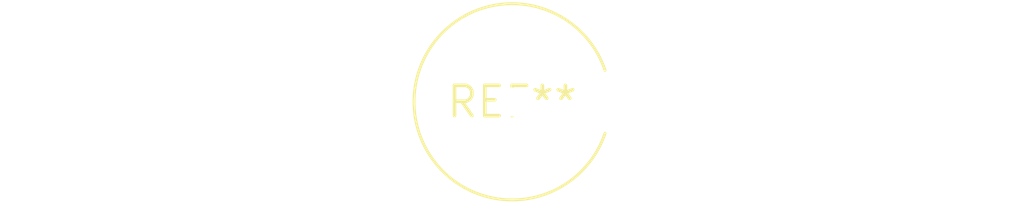
<source format=kicad_pcb>
(kicad_pcb (version 20240108) (generator pcbnew)
  (layers (0 "F.Cu" signal) (31 "B.Cu" signal) (34 "B.Paste" user) (35 "F.Paste" user) (36 "B.SilkS" user "B.Silkscreen") (37 "F.SilkS" user "F.Silkscreen") (38 "B.Mask" user) (39 "F.Mask" user) (44 "Edge.Cuts" user))
  (net 0 "")
  (footprint "L_Axial_L20.0mm_D8.0mm_P5.08mm_Vertical" (layer "F.Cu") (at 0 0)
    (property "Reference" "REF**")
    (property "Value" "L_Axial_L20.0mm_D8.0mm_P5.08mm_Vertical")
    (fp_arc (start 3.902819 1.32) (mid -4.12 0) (end 3.902819 -1.32) (layer "F.SilkS") (stroke (width 0.12)))
    (pad "1" thru_hole circle (at 0 0) (size 2.4 2.4) (drill 1.2) (layers *.Cu *.Mask) (remove_unused_layers))
    (pad "2" thru_hole oval (at 5.08 0) (size 2.4 2.4) (drill 1.2) (layers *.Cu *.Mask) (remove_unused_layers))
  )
)
</source>
